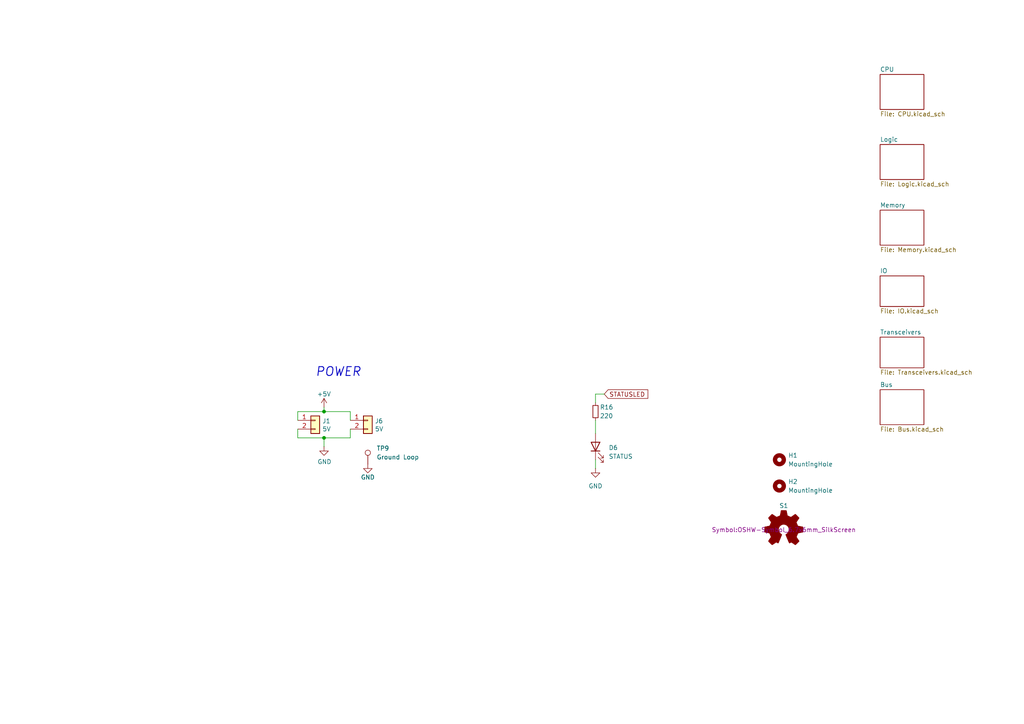
<source format=kicad_sch>
(kicad_sch (version 20231120) (generator "eeschema") (generator_version "8.0")
  (paper "A4")
  (title_block (title "k30-VME32") (rev "1"))
  (lib_symbols
    (symbol "Connector:TestPoint" (pin_numbers hide) (pin_names (offset 0.762) hide)
      (property "Reference" "TP" (at 0 6.858 0))
      (property "Value" "TestPoint" (at 0 5.08 0))
      (symbol "TestPoint_0_1"
        (circle (center 0 3.302) (radius 0.762))
      )
      (symbol "TestPoint_1_1"
        (pin passive line (at 0 0 90) (length 2.54) (name "1") (number "1"))
      )
    )
    (symbol "Connector_Generic:Conn_01x02" (pin_names (offset 1.016) hide)
      (property "Reference" "J" (at 0 2.54 0))
      (property "Value" "Conn_01x02" (at 0 -5.08 0))
      (symbol "Conn_01x02_1_1"
        (rectangle (start -1.27 -2.413) (end 0 -2.667) (stroke (width 0.1524)))
        (rectangle (start -1.27 0.127) (end 0 -0.127) (stroke (width 0.1524)))
        (rectangle (start -1.27 1.27) (end 1.27 -3.81) (stroke (width 0.254)) (fill (type background)))
        (pin passive line (at -5.08 0 0) (length 3.81) (name "Pin_1") (number "1"))
        (pin passive line (at -5.08 -2.54 0) (length 3.81) (name "Pin_2") (number "2"))
      )
    )
    (symbol "Device:LED" (pin_numbers hide) (pin_names (offset 1.016) hide)
      (property "Reference" "D" (at 0 2.54 0))
      (property "Value" "LED" (at 0 -2.54 0))
      (symbol "LED_0_1"
        (polyline (pts (xy -1.27 -1.27) (xy -1.27 1.27)) (stroke (width 0.254)))
        (polyline (pts (xy -1.27 0) (xy 1.27 0)))
        (polyline (pts (xy 1.27 -1.27) (xy 1.27 1.27) (xy -1.27 0) (xy 1.27 -1.27)) (stroke (width 0.254)))
        (polyline (pts (xy -3.048 -0.762) (xy -4.572 -2.286) (xy -3.81 -2.286) (xy -4.572 -2.286) (xy -4.572 -1.524)))
        (polyline (pts (xy -1.778 -0.762) (xy -3.302 -2.286) (xy -2.54 -2.286) (xy -3.302 -2.286) (xy -3.302 -1.524)))
      )
      (symbol "LED_1_1"
        (pin passive line (at -3.81 0 0) (length 2.54) (name "K") (number "1"))
        (pin passive line (at 3.81 0 180) (length 2.54) (name "A") (number "2"))
      )
    )
    (symbol "Device:R_Small" (pin_numbers hide) (pin_names (offset 0.254) hide)
      (property "Reference" "R" (at 0.762 0.508 0))
      (property "Value" "R_Small" (at 0.762 -1.016 0))
      (symbol "R_Small_0_1"
        (rectangle (start -0.762 1.778) (end 0.762 -1.778) (stroke (width 0.2032)))
      )
      (symbol "R_Small_1_1"
        (pin passive line (at 0 2.54 270) (length 0.762) (name "~") (number "1"))
        (pin passive line (at 0 -2.54 90) (length 0.762) (name "~") (number "2"))
      )
    )
    (symbol "Graphic:Logo_Open_Hardware_Small" (in_bom no) (on_board no)
      (symbol "Logo_Open_Hardware_Small_0_1"
        (polyline (pts (xy 3.3528 -4.3434) (xy 3.302 -4.318) (xy 3.175 -4.2418) (xy 2.9972 -4.1148) (xy 2.7686 -3.9624) (xy 2.54 -3.81) (xy 2.3622 -3.7084) (xy 2.2352 -3.6068) (xy 2.1844 -3.5814) (xy 2.159 -3.6068) (xy 2.0574 -3.6576) (xy 1.905 -3.7338) (xy 1.8034 -3.7846) (xy 1.6764 -3.8354) (xy 1.6002 -3.8354) (xy 1.6002 -3.8354) (xy 1.5494 -3.7338) (xy 1.4732 -3.5306) (xy 1.3462 -3.302) (xy 1.2446 -3.0226) (xy 1.1176 -2.7178) (xy 0.9652 -2.413) (xy 0.8636 -2.1082) (xy 0.7366 -1.8288) (xy 0.6604 -1.6256) (xy 0.6096 -1.4732) (xy 0.5842 -1.397) (xy 0.5842 -1.397) (xy 0.6604 -1.3208) (xy 0.7874 -1.2446) (xy 1.0414 -1.016) (xy 1.2954 -0.6858) (xy 1.4478 -0.3302) (xy 1.524 0.0762) (xy 1.4732 0.4572) (xy 1.3208 0.8128) (xy 1.0668 1.143) (xy 0.762 1.3716) (xy 0.4064 1.524) (xy 0 1.5748) (xy -0.381 1.5494) (xy -0.7366 1.397) (xy -1.0668 1.143) (xy -1.2192 0.9906) (xy -1.397 0.6604) (xy -1.524 0.3048) (xy -1.524 0.2286) (xy -1.4986 -0.1778) (xy -1.397 -0.5334) (xy -1.1938 -0.8636) (xy -0.9144 -1.143) (xy -0.8636 -1.1684) (xy -0.7366 -1.27) (xy -0.635 -1.3462) (xy -0.5842 -1.397) (xy -1.0668 -2.5908) (xy -1.143 -2.794) (xy -1.2954 -3.1242) (xy -1.397 -3.4036) (xy -1.4986 -3.6322) (xy -1.5748 -3.7846) (xy -1.6002 -3.8354) (xy -1.6002 -3.8354) (xy -1.651 -3.8354) (xy -1.7272 -3.81) (xy -1.905 -3.7338) (xy -2.0066 -3.683) (xy -2.1336 -3.6068) (xy -2.2098 -3.5814) (xy -2.2606 -3.6068) (xy -2.3622 -3.683) (xy -2.54 -3.81) (xy -2.7686 -3.9624) (xy -2.9718 -4.0894) (xy -3.1496 -4.2164) (xy -3.302 -4.318) (xy -3.3528 -4.3434) (xy -3.3782 -4.3434) (xy -3.429 -4.318) (xy -3.5306 -4.2164) (xy -3.7084 -4.064) (xy -3.937 -3.8354) (xy -3.9624 -3.81) (xy -4.1656 -3.6068) (xy -4.318 -3.4544) (xy -4.4196 -3.3274) (xy -4.445 -3.2766) (xy -4.445 -3.2766) (xy -4.4196 -3.2258) (xy -4.318 -3.0734) (xy -4.2164 -2.8956) (xy -4.064 -2.667) (xy -3.6576 -2.0828) (xy -3.8862 -1.5494) (xy -3.937 -1.3716) (xy -4.0386 -1.1684) (xy -4.0894 -1.0414) (xy -4.1148 -0.9652) (xy -4.191 -0.9398) (xy -4.318 -0.9144) (xy -4.5466 -0.8636) (xy -4.8006 -0.8128) (xy -5.0546 -0.7874) (xy -5.2578 -0.7366) (xy -5.4356 -0.7112) (xy -5.5118 -0.6858) (xy -5.5118 -0.6858) (xy -5.5372 -0.635) (xy -5.5372 -0.5588) (xy -5.5372 -0.4318) (xy -5.5626 -0.2286) (xy -5.5626 0.0762) (xy -5.5626 0.127) (xy -5.5372 0.4064) (xy -5.5372 0.635) (xy -5.5372 0.762) (xy -5.5372 0.8382) (xy -5.5372 0.8382) (xy -5.461 0.8382) (xy -5.3086 0.889) (xy -5.08 0.9144) (xy -4.826 0.9652) (xy -4.8006 0.9906) (xy -4.5466 1.0414) (xy -4.318 1.0668) (xy -4.1656 1.1176) (xy -4.0894 1.143) (xy -4.0894 1.143) (xy -4.0386 1.2446) (xy -3.9624 1.4224) (xy -3.8608 1.6256) (xy -3.7846 1.8288) (xy -3.7084 2.0066) (xy -3.6576 2.159) (xy -3.6322 2.2098) (xy -3.6322 2.2098) (xy -3.683 2.286) (xy -3.7592 2.413) (xy -3.8862 2.5908) (xy -4.064 2.8194) (xy -4.064 2.8448) (xy -4.2164 3.0734) (xy -4.3434 3.2512) (xy -4.4196 3.3782) (xy -4.445 3.4544) (xy -4.445 3.4544) (xy -4.3942 3.5052) (xy -4.2926 3.6322) (xy -4.1148 3.81) (xy -3.937 4.0132) (xy -3.8608 4.064) (xy -3.6576 4.2926) (xy -3.5052 4.4196) (xy -3.4036 4.4958) (xy -3.3528 4.5212) (xy -3.3528 4.5212) (xy -3.302 4.4704) (xy -3.1496 4.3688) (xy -2.9718 4.2418) (xy -2.7432 4.0894) (xy -2.7178 4.0894) (xy -2.4892 3.937) (xy -2.3114 3.81) (xy -2.1844 3.7084) (xy -2.1336 3.683) (xy -2.1082 3.683) (xy -2.032 3.7084) (xy -1.8542 3.7592) (xy -1.6764 3.8354) (xy -1.4732 3.937) (xy -1.27 4.0132) (xy -1.143 4.064) (xy -1.0668 4.1148) (xy -1.0668 4.1148) (xy -1.0414 4.191) (xy -1.016 4.3434) (xy -0.9652 4.572) (xy -0.9144 4.8514) (xy -0.889 4.9022) (xy -0.8382 5.1562) (xy -0.8128 5.3848) (xy -0.7874 5.5372) (xy -0.762 5.588) (xy -0.7112 5.6134) (xy -0.5842 5.6134) (xy -0.4064 5.6134) (xy -0.1524 5.6134) (xy 0.0762 5.6134) (xy 0.3302 5.6134) (xy 0.5334 5.6134) (xy 0.6858 5.588) (xy 0.7366 5.588) (xy 0.7366 5.588) (xy 0.762 5.5118) (xy 0.8128 5.334) (xy 0.8382 5.1054) (xy 0.9144 4.826) (xy 0.9144 4.7752) (xy 0.9652 4.5212) (xy 1.016 4.2926) (xy 1.0414 4.1402) (xy 1.0668 4.0894) (xy 1.0668 4.0894) (xy 1.1938 4.0386) (xy 1.3716 3.9624) (xy 1.5748 3.8608) (xy 2.0828 3.6576) (xy 2.7178 4.0894) (xy 2.7686 4.1402) (xy 2.9972 4.2926) (xy 3.175 4.4196) (xy 3.302 4.4958) (xy 3.3782 4.5212) (xy 3.3782 4.5212) (xy 3.429 4.4704) (xy 3.556 4.3434) (xy 3.7338 4.191) (xy 3.9116 3.9878) (xy 4.064 3.8354) (xy 4.2418 3.6576) (xy 4.3434 3.556) (xy 4.4196 3.4798) (xy 4.4196 3.429) (xy 4.4196 3.4036) (xy 4.3942 3.3274) (xy 4.2926 3.2004) (xy 4.1656 2.9972) (xy 4.0132 2.794) (xy 3.8862 2.5908) (xy 3.7592 2.3876) (xy 3.6576 2.2352) (xy 3.6322 2.159) (xy 3.6322 2.1336) (xy 3.683 2.0066) (xy 3.7592 1.8288) (xy 3.8608 1.6002) (xy 4.064 1.1176) (xy 4.3942 1.0414) (xy 4.5974 1.016) (xy 4.8768 0.9652) (xy 5.1308 0.9144) (xy 5.5372 0.8382) (xy 5.5626 -0.6604) (xy 5.4864 -0.6858) (xy 5.4356 -0.6858) (xy 5.2832 -0.7366) (xy 5.0546 -0.762) (xy 4.8006 -0.8128) (xy 4.5974 -0.8636) (xy 4.3688 -0.9144) (xy 4.2164 -0.9398) (xy 4.1402 -0.9398) (xy 4.1148 -0.9652) (xy 4.064 -1.0668) (xy 3.9878 -1.2446) (xy 3.9116 -1.4478) (xy 3.81 -1.651) (xy 3.7338 -1.8542) (xy 3.683 -2.0066) (xy 3.6576 -2.0828) (xy 3.683 -2.1336) (xy 3.7846 -2.2606) (xy 3.8862 -2.4638) (xy 4.0386 -2.667) (xy 4.191 -2.8956) (xy 4.318 -3.0734) (xy 4.3942 -3.2004) (xy 4.445 -3.2766) (xy 4.4196 -3.3274) (xy 4.3434 -3.429) (xy 4.1656 -3.5814) (xy 3.937 -3.8354) (xy 3.8862 -3.8608) (xy 3.683 -4.064) (xy 3.5306 -4.2164) (xy 3.4036 -4.318) (xy 3.3528 -4.3434)) (fill (type outline)))
      )
    )
    (symbol "Mechanical:MountingHole" (pin_names (offset 1.016))
      (property "Reference" "H" (at 0 5.08 0))
      (property "Value" "MountingHole" (at 0 3.175 0))
      (symbol "MountingHole_0_1"
        (circle (center 0 0) (radius 1.27) (stroke (width 1.27)))
      )
    )
    (symbol "power:+5V" (power) (pin_names (offset 0))
      (property "Value" "+5V" (at 0 3.556 0))
      (symbol "+5V_0_1"
        (polyline (pts (xy -0.762 1.27) (xy 0 2.54)))
        (polyline (pts (xy 0 0) (xy 0 2.54)))
        (polyline (pts (xy 0 2.54) (xy 0.762 1.27)))
      )
      (symbol "+5V_1_1"
        (pin power_in line (at 0 0 90) (length 0) hide (name "+5V") (number "1"))
      )
    )
    (symbol "power:GND" (power) (pin_numbers hide) (pin_names (offset 0) hide)
      (property "Value" "GND" (at 0 -3.81 0))
      (symbol "GND_0_1"
        (polyline (pts (xy 0 0) (xy 0 -1.27) (xy 1.27 -1.27) (xy 0 -2.54) (xy -1.27 -1.27) (xy 0 -1.27)))
      )
      (symbol "GND_1_1"
        (pin power_in line (at 0 0 270) (length 0) (name "~") (number "1"))
      )
    )
  )
  (junction (at 93.98 127))
  (junction (at 93.98 119.38))
  (wire (pts (xy 172.72 114.3) (xy 172.72 116.84)))
  (wire (pts (xy 86.36 119.38) (xy 93.98 119.38)))
  (wire (pts (xy 101.6 121.92) (xy 101.6 119.38)))
  (wire (pts (xy 86.36 127) (xy 86.36 124.46)))
  (wire (pts (xy 93.98 129.54) (xy 93.98 127)))
  (wire (pts (xy 93.98 119.38) (xy 101.6 119.38)))
  (wire (pts (xy 93.98 119.38) (xy 93.98 118.11)))
  (wire (pts (xy 172.72 133.35) (xy 172.72 135.89)))
  (wire (pts (xy 101.6 124.46) (xy 101.6 127)))
  (wire (pts (xy 172.72 121.92) (xy 172.72 125.73)))
  (wire (pts (xy 93.98 127) (xy 101.6 127)))
  (wire (pts (xy 86.36 119.38) (xy 86.36 121.92)))
  (wire (pts (xy 86.36 127) (xy 93.98 127)))
  (wire (pts (xy 172.72 114.3) (xy 175.26 114.3)))
  (text "POWER\n" (at 91.44 109.474 0) (effects (font (size 2.56 2.56) (thickness 0.254) (bold yes) (italic yes)) (justify left bottom)))
  (global_label "STATUSLED" (shape input) (at 175.26 114.3 0) (property "Intersheetrefs" "${INTERSHEET_REFS}" (effects (hide yes))))
  (symbol (lib_id "Connector:TestPoint") (at 106.68 134.62 0) (unit 1)
    (property "Reference" "TP9" (at 109.22 130.048 0) (effects (justify left)))
    (property "Value" "Ground Loop" (at 109.22 132.588 0) (effects (justify left)))
    (property "Footprint" "TestPoint:TestPoint_Loop_D2.60mm_Drill1.6mm_Beaded" (effects (hide yes)))
  )
  (symbol (lib_id "Device:LED") (at 172.72 129.54 90) (unit 1)
    (property "Reference" "D6" (at 176.53 129.8574 90) (effects (justify right)))
    (property "Value" "STATUS" (at 176.53 132.3974 90) (effects (justify right)))
    (property "Footprint" "LED_THT:LED_D3.0mm" (effects (hide yes)))
  )
  (symbol (lib_id "Connector_Generic:Conn_01x02") (at 106.68 121.92 0) (unit 1)
    (property "Reference" "J6" (at 108.712 122.1232 0) (effects (justify left)))
    (property "Value" "5V" (at 108.712 124.4346 0) (effects (justify left)))
    (property "Footprint" "Connector_PinHeader_2.54mm:PinHeader_1x02_P2.54mm_Vertical" (effects (hide yes)))
  )
  (symbol (lib_id "power:GND") (at 172.72 135.89 0) (unit 1)
    (property "Reference" "#PWR079" (effects (hide yes)))
    (property "Value" "GND" (at 172.72 140.97 0))
    (property "Description" "Power symbol creates a global label with name \"GND\" , ground" (effects (hide yes)))
  )
  (symbol (lib_id "Mechanical:MountingHole") (at 226.06 133.35 0) (unit 1)
    (property "Reference" "H1" (at 228.6 132.08 0) (effects (justify left)))
    (property "Value" "MountingHole" (at 228.6 134.62 0) (effects (justify left)))
    (property "Footprint" "MountingHole:MountingHole_2.7mm_M2.5_DIN965" (effects (hide yes)))
  )
  (symbol (lib_id "power:+5V") (at 93.98 118.11 0) (unit 1)
    (property "Reference" "#PWR010" (effects (hide yes)))
    (property "Value" "+5V" (at 93.98 114.3 0))
  )
  (symbol (lib_id "power:GND") (at 106.68 134.62 0) (unit 1)
    (property "Reference" "#PWR078" (effects (hide yes)))
    (property "Value" "GND" (at 106.68 138.43 0))
    (property "Description" "Power symbol creates a global label with name \"GND\" , ground" (effects (hide yes)))
  )
  (symbol (lib_id "Device:R_Small") (at 172.72 119.38 0) (unit 1)
    (property "Reference" "R16" (at 173.99 118.11 0) (effects (justify left)))
    (property "Value" "220" (at 173.99 120.65 0) (effects (justify left)))
    (property "Footprint" "Resistor_THT:R_Axial_DIN0204_L3.6mm_D1.6mm_P5.08mm_Horizontal" (effects (hide yes)))
  )
  (symbol (lib_id "Connector_Generic:Conn_01x02") (at 91.44 121.92 0) (unit 1)
    (property "Reference" "J1" (at 93.472 122.1232 0) (effects (justify left)))
    (property "Value" "5V" (at 93.472 124.4346 0) (effects (justify left)))
    (property "Footprint" "Connector_PinHeader_2.54mm:PinHeader_1x02_P2.54mm_Vertical" (effects (hide yes)))
  )
  (symbol (lib_id "Graphic:Logo_Open_Hardware_Small") (at 227.33 153.67 0) (unit 1) (exclude_from_sim yes)
    (property "Reference" "S1" (at 227.33 146.685 0))
    (property "Value" "Logo_Open_Hardware_Small" (effects (hide yes)))
    (property "Footprint" "Symbol:OSHW-Symbol_6.7x6mm_SilkScreen" (at 227.33 153.67 0))
  )
  (symbol (lib_id "Mechanical:MountingHole") (at 226.06 140.97 0) (unit 1)
    (property "Reference" "H2" (at 228.6 139.7 0) (effects (justify left)))
    (property "Value" "MountingHole" (at 228.6 142.24 0) (effects (justify left)))
    (property "Footprint" "MountingHole:MountingHole_2.7mm_M2.5_DIN965" (effects (hide yes)))
  )
  (symbol (lib_id "power:GND") (at 93.98 129.54 0) (unit 1)
    (property "Reference" "#PWR011" (effects (hide yes)))
    (property "Value" "GND" (at 94.107 133.9342 0))
    (property "Description" "Power symbol creates a global label with name \"GND\" , ground" (effects (hide yes)))
  )
  (sheet (at 255.27 113.03) (size 12.7 10.16) (stroke (width 0.1524))
    (property "Sheetname" "Bus" (at 255.27 112.3184 0) (effects (justify left bottom)))
    (property "Sheetfile" "Bus.kicad_sch" (at 255.27 123.7746 0) (effects (justify left top)))
  )
  (sheet (at 255.27 80.01) (size 12.7 8.89) (stroke (width 0.1524))
    (property "Sheetname" "IO" (at 255.27 79.2984 0) (effects (justify left bottom)))
    (property "Sheetfile" "IO.kicad_sch" (at 255.27 89.4846 0) (effects (justify left top)))
  )
  (sheet (at 255.27 60.96) (size 12.7 10.16) (stroke (width 0.1524))
    (property "Sheetname" "Memory" (at 255.27 60.2484 0) (effects (justify left bottom)))
    (property "Sheetfile" "Memory.kicad_sch" (at 255.27 71.7046 0) (effects (justify left top)))
  )
  (sheet (at 255.27 41.91) (size 12.7 10.16) (stroke (width 0.1524))
    (property "Sheetname" "Logic" (at 255.27 41.1984 0) (effects (justify left bottom)))
    (property "Sheetfile" "Logic.kicad_sch" (at 255.27 52.6546 0) (effects (justify left top)))
  )
  (sheet (at 255.27 97.79) (size 12.7 8.89) (stroke (width 0.1524))
    (property "Sheetname" "Transceivers" (at 255.27 97.0784 0) (effects (justify left bottom)))
    (property "Sheetfile" "Transceivers.kicad_sch" (at 255.27 107.2646 0) (effects (justify left top)))
  )
  (sheet (at 255.27 21.59) (size 12.7 10.16) (stroke (width 0.1524))
    (property "Sheetname" "CPU" (at 255.27 20.8784 0) (effects (justify left bottom)))
    (property "Sheetfile" "CPU.kicad_sch" (at 255.27 32.3346 0) (effects (justify left top)))
  )
)
</source>
